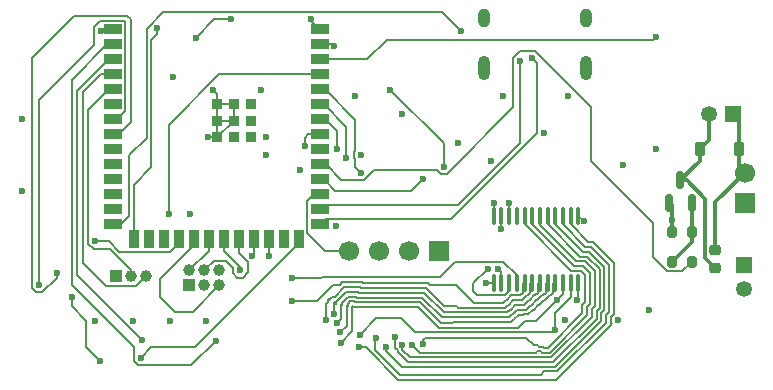
<source format=gbr>
%TF.GenerationSoftware,KiCad,Pcbnew,9.0.1*%
%TF.CreationDate,2025-11-02T14:12:38-06:00*%
%TF.ProjectId,OM-FlexGrid-Rigid-PCB,4f4d2d46-6c65-4784-9772-69642d526967,rev?*%
%TF.SameCoordinates,Original*%
%TF.FileFunction,Copper,L4,Bot*%
%TF.FilePolarity,Positive*%
%FSLAX46Y46*%
G04 Gerber Fmt 4.6, Leading zero omitted, Abs format (unit mm)*
G04 Created by KiCad (PCBNEW 9.0.1) date 2025-11-02 14:12:38*
%MOMM*%
%LPD*%
G01*
G04 APERTURE LIST*
G04 Aperture macros list*
%AMRoundRect*
0 Rectangle with rounded corners*
0 $1 Rounding radius*
0 $2 $3 $4 $5 $6 $7 $8 $9 X,Y pos of 4 corners*
0 Add a 4 corners polygon primitive as box body*
4,1,4,$2,$3,$4,$5,$6,$7,$8,$9,$2,$3,0*
0 Add four circle primitives for the rounded corners*
1,1,$1+$1,$2,$3*
1,1,$1+$1,$4,$5*
1,1,$1+$1,$6,$7*
1,1,$1+$1,$8,$9*
0 Add four rect primitives between the rounded corners*
20,1,$1+$1,$2,$3,$4,$5,0*
20,1,$1+$1,$4,$5,$6,$7,0*
20,1,$1+$1,$6,$7,$8,$9,0*
20,1,$1+$1,$8,$9,$2,$3,0*%
G04 Aperture macros list end*
%TA.AperFunction,ComponentPad*%
%ADD10R,1.000000X1.000000*%
%TD*%
%TA.AperFunction,ComponentPad*%
%ADD11C,1.000000*%
%TD*%
%TA.AperFunction,ComponentPad*%
%ADD12R,1.350000X1.350000*%
%TD*%
%TA.AperFunction,ComponentPad*%
%ADD13C,1.350000*%
%TD*%
%TA.AperFunction,ComponentPad*%
%ADD14R,1.700000X1.700000*%
%TD*%
%TA.AperFunction,ComponentPad*%
%ADD15C,1.700000*%
%TD*%
%TA.AperFunction,HeatsinkPad*%
%ADD16O,1.000000X2.100000*%
%TD*%
%TA.AperFunction,HeatsinkPad*%
%ADD17O,1.000000X1.600000*%
%TD*%
%TA.AperFunction,SMDPad,CuDef*%
%ADD18RoundRect,0.100000X0.100000X-0.637500X0.100000X0.637500X-0.100000X0.637500X-0.100000X-0.637500X0*%
%TD*%
%TA.AperFunction,SMDPad,CuDef*%
%ADD19RoundRect,0.150000X0.150000X-0.587500X0.150000X0.587500X-0.150000X0.587500X-0.150000X-0.587500X0*%
%TD*%
%TA.AperFunction,SMDPad,CuDef*%
%ADD20R,1.498600X0.812800*%
%TD*%
%TA.AperFunction,SMDPad,CuDef*%
%ADD21R,0.812800X1.498600*%
%TD*%
%TA.AperFunction,SMDPad,CuDef*%
%ADD22R,0.889000X0.889000*%
%TD*%
%TA.AperFunction,SMDPad,CuDef*%
%ADD23RoundRect,0.200000X-0.200000X-0.275000X0.200000X-0.275000X0.200000X0.275000X-0.200000X0.275000X0*%
%TD*%
%TA.AperFunction,SMDPad,CuDef*%
%ADD24RoundRect,0.225000X0.250000X-0.225000X0.250000X0.225000X-0.250000X0.225000X-0.250000X-0.225000X0*%
%TD*%
%TA.AperFunction,SMDPad,CuDef*%
%ADD25RoundRect,0.225000X0.225000X0.375000X-0.225000X0.375000X-0.225000X-0.375000X0.225000X-0.375000X0*%
%TD*%
%TA.AperFunction,ViaPad*%
%ADD26C,0.600000*%
%TD*%
%TA.AperFunction,Conductor*%
%ADD27C,0.200000*%
%TD*%
%TA.AperFunction,Conductor*%
%ADD28C,0.350000*%
%TD*%
G04 APERTURE END LIST*
D10*
%TO.P,J1,1,Pin_1*%
%TO.N,GP41*%
X168480000Y-122500000D03*
D11*
%TO.P,J1,2,Pin_2*%
%TO.N,SPI_MOSI*%
X168480000Y-121230000D03*
%TO.P,J1,3,Pin_3*%
%TO.N,SPI_SCK*%
X169750000Y-122500000D03*
%TO.P,J1,4,Pin_4*%
%TO.N,SPI_MISO*%
X169750000Y-121230000D03*
%TO.P,J1,5,Pin_5*%
%TO.N,CS*%
X171020000Y-122500000D03*
%TO.P,J1,6,Pin_6*%
%TO.N,GP40*%
X171020000Y-121230000D03*
%TD*%
D12*
%TO.P,J7,1,Pin_1*%
%TO.N,GND*%
X215450000Y-120800000D03*
D13*
%TO.P,J7,2,Pin_2*%
%TO.N,+3V3*%
X215450000Y-122800000D03*
%TD*%
D14*
%TO.P,J2,1,Pin_1*%
%TO.N,GND*%
X215500000Y-115500000D03*
D15*
%TO.P,J2,2,Pin_2*%
%TO.N,VBAT*%
X215500000Y-112960000D03*
%TD*%
D14*
%TO.P,SCRN1,1,Pin_1*%
%TO.N,GND*%
X189600000Y-119600000D03*
D15*
%TO.P,SCRN1,2,Pin_2*%
%TO.N,+3V3*%
X187060000Y-119600000D03*
%TO.P,SCRN1,3,Pin_3*%
%TO.N,SCL*%
X184520000Y-119600000D03*
%TO.P,SCRN1,4,Pin_4*%
%TO.N,SDA*%
X181980000Y-119600000D03*
%TD*%
D16*
%TO.P,J4,S1,SHIELD*%
%TO.N,GND*%
X202070000Y-104085000D03*
D17*
X202070000Y-99905000D03*
D16*
X193430000Y-104085000D03*
D17*
X193430000Y-99905000D03*
%TD*%
D10*
%TO.P,J6,1,Pin_1*%
%TO.N,GND*%
X162230000Y-121750000D03*
D11*
%TO.P,J6,2,Pin_2*%
%TO.N,RX*%
X163500000Y-121750000D03*
%TO.P,J6,3,Pin_3*%
%TO.N,TX*%
X164770000Y-121750000D03*
%TD*%
D18*
%TO.P,U1,1,COM*%
%TO.N,+3V3*%
X201400000Y-122325000D03*
%TO.P,U1,2,I7*%
%TO.N,COL_7*%
X200750000Y-122325000D03*
%TO.P,U1,3,I6*%
%TO.N,COL_6*%
X200100000Y-122325000D03*
%TO.P,U1,4,I5*%
%TO.N,COL_5*%
X199450000Y-122325000D03*
%TO.P,U1,5,I4*%
%TO.N,COL_4*%
X198800000Y-122325000D03*
%TO.P,U1,6,I3*%
%TO.N,COL_3*%
X198150000Y-122325000D03*
%TO.P,U1,7,I2*%
%TO.N,COL_2*%
X197500000Y-122325000D03*
%TO.P,U1,8,I1*%
%TO.N,COL_1*%
X196850000Y-122325000D03*
%TO.P,U1,9,I0*%
%TO.N,COL_0*%
X196200000Y-122325000D03*
%TO.P,U1,10,S0*%
%TO.N,S0*%
X195550000Y-122325000D03*
%TO.P,U1,11,S1*%
%TO.N,S1*%
X194900000Y-122325000D03*
%TO.P,U1,12,GND*%
%TO.N,GND*%
X194250000Y-122325000D03*
%TO.P,U1,13,S3*%
%TO.N,S3*%
X194250000Y-116600000D03*
%TO.P,U1,14,S2*%
%TO.N,S2*%
X194900000Y-116600000D03*
%TO.P,U1,15,~{E}*%
%TO.N,GP16_E*%
X195550000Y-116600000D03*
%TO.P,U1,16,I15*%
%TO.N,unconnected-(U1-I15-Pad16)*%
X196200000Y-116600000D03*
%TO.P,U1,17,I14*%
%TO.N,COL_14*%
X196850000Y-116600000D03*
%TO.P,U1,18,I13*%
%TO.N,COL_13*%
X197500000Y-116600000D03*
%TO.P,U1,19,I12*%
%TO.N,COL_12*%
X198150000Y-116600000D03*
%TO.P,U1,20,I11*%
%TO.N,COL_11*%
X198800000Y-116600000D03*
%TO.P,U1,21,I10*%
%TO.N,COL_10*%
X199450000Y-116600000D03*
%TO.P,U1,22,I9*%
%TO.N,COL_9*%
X200100000Y-116600000D03*
%TO.P,U1,23,I8*%
%TO.N,COL_8*%
X200750000Y-116600000D03*
%TO.P,U1,24,VCC*%
%TO.N,+3V3*%
X201400000Y-116600000D03*
%TD*%
D19*
%TO.P,Q1,1,G*%
%TO.N,Net-(Q1-G)*%
X211000000Y-115500000D03*
%TO.P,Q1,2,S*%
%TO.N,GND*%
X209100000Y-115500000D03*
%TO.P,Q1,3,D*%
%TO.N,MotorGND*%
X210050000Y-113625000D03*
%TD*%
D20*
%TO.P,U2,1,GND*%
%TO.N,GND*%
X179500000Y-100840000D03*
%TO.P,U2,2,3V3*%
%TO.N,+3V3*%
X179500000Y-102110000D03*
%TO.P,U2,3,EN*%
%TO.N,EN*%
X179500000Y-103380000D03*
%TO.P,U2,4,IO4*%
%TO.N,ROW_3*%
X179500000Y-104650000D03*
%TO.P,U2,5,IO5*%
%TO.N,S0*%
X179500000Y-105920000D03*
%TO.P,U2,6,IO6*%
%TO.N,S1*%
X179500000Y-107190000D03*
%TO.P,U2,7,IO7*%
%TO.N,S2*%
X179500000Y-108460000D03*
%TO.P,U2,8,IO15*%
%TO.N,S3*%
X179500000Y-109730000D03*
%TO.P,U2,9,IO16*%
%TO.N,GP16_E*%
X179500000Y-111000000D03*
%TO.P,U2,10,IO17*%
%TO.N,MOT_SIG*%
X179500000Y-112270000D03*
%TO.P,U2,11,IO18*%
%TO.N,ADC_BAT*%
X179500000Y-113540000D03*
%TO.P,U2,12,IO8*%
%TO.N,SDA*%
X179500000Y-114810000D03*
%TO.P,U2,13,IO19*%
%TO.N,D-*%
X179500000Y-116080000D03*
%TO.P,U2,14,IO20*%
%TO.N,D+*%
X179500000Y-117350000D03*
D21*
%TO.P,U2,15,IO3*%
%TO.N,ROW_2*%
X177735000Y-118600000D03*
%TO.P,U2,16,IO46*%
%TO.N,unconnected-(U2-IO46-Pad16)*%
X176465000Y-118600000D03*
%TO.P,U2,17,IO9*%
%TO.N,SCL*%
X175195000Y-118600000D03*
%TO.P,U2,18,IO10*%
%TO.N,SELECT*%
X173925000Y-118600000D03*
%TO.P,U2,19,IO11*%
%TO.N,SPI_MISO*%
X172655000Y-118600000D03*
%TO.P,U2,20,IO12*%
%TO.N,SPI_SCK*%
X171385000Y-118600000D03*
%TO.P,U2,21,IO13*%
%TO.N,SPI_MOSI*%
X170115000Y-118600000D03*
%TO.P,U2,22,IO14*%
%TO.N,CS*%
X168845000Y-118600000D03*
%TO.P,U2,23,IO21*%
%TO.N,MENU*%
X167575000Y-118600000D03*
%TO.P,U2,24,IO47*%
%TO.N,unconnected-(U2-IO47-Pad24)*%
X166305000Y-118600000D03*
%TO.P,U2,25,IO48*%
%TO.N,unconnected-(U2-IO48-Pad25)*%
X165035000Y-118600000D03*
%TO.P,U2,26,IO45*%
%TO.N,PWR_OFF*%
X163765000Y-118600000D03*
D20*
%TO.P,U2,27,IO0*%
%TO.N,100*%
X162000000Y-117350000D03*
%TO.P,U2,28,IO35*%
%TO.N,unconnected-(U2-IO35-Pad28)*%
X162000000Y-116080000D03*
%TO.P,U2,29,IO36*%
%TO.N,unconnected-(U2-IO36-Pad29)*%
X162000000Y-114810000D03*
%TO.P,U2,30,IO37*%
%TO.N,unconnected-(U2-IO37-Pad30)*%
X162000000Y-113540000D03*
%TO.P,U2,31,IO38*%
%TO.N,unconnected-(U2-IO38-Pad31)*%
X162000000Y-112270000D03*
%TO.P,U2,32,IO39*%
%TO.N,unconnected-(U2-IO39-Pad32)*%
X162000000Y-111000000D03*
%TO.P,U2,33,IO40*%
%TO.N,GP40*%
X162000000Y-109730000D03*
%TO.P,U2,34,IO41*%
%TO.N,GP41*%
X162000000Y-108460000D03*
%TO.P,U2,35,IO42*%
%TO.N,unconnected-(U2-IO42-Pad35)*%
X162000000Y-107190000D03*
%TO.P,U2,36,RXD0*%
%TO.N,RX*%
X162000000Y-105920000D03*
%TO.P,U2,37,TXD0*%
%TO.N,TX*%
X162000000Y-104650000D03*
%TO.P,U2,38,IO2*%
%TO.N,ROW_1*%
X162000000Y-103380000D03*
%TO.P,U2,39,IO1*%
%TO.N,ROW_0*%
X162000000Y-102110000D03*
%TO.P,U2,40,GND*%
%TO.N,GND*%
X162000000Y-100840000D03*
D22*
%TO.P,U2,41,GND*%
X172250000Y-108560000D03*
%TO.P,U2,42*%
%TO.N,N/C*%
X173650000Y-107160000D03*
%TO.P,U2,43*%
X173650000Y-108560000D03*
%TO.P,U2,44*%
X173650000Y-109960000D03*
%TO.P,U2,45*%
X172250000Y-109960000D03*
%TO.P,U2,46,GND*%
%TO.N,GND*%
X170850000Y-109960000D03*
%TO.P,U2,47,GND*%
X170850000Y-108560000D03*
%TO.P,U2,48,GND*%
X170850000Y-107160000D03*
%TO.P,U2,49,GND*%
X172250000Y-107160000D03*
%TD*%
D12*
%TO.P,J5,1,Pin_1*%
%TO.N,VBAT*%
X214500000Y-108000000D03*
D13*
%TO.P,J5,2,Pin_2*%
%TO.N,MotorGND*%
X212500000Y-108000000D03*
%TD*%
D23*
%TO.P,R10,1*%
%TO.N,Net-(Q1-G)*%
X209350000Y-120500000D03*
%TO.P,R10,2*%
%TO.N,MOT_SIG*%
X211000000Y-120500000D03*
%TD*%
D24*
%TO.P,C9,1*%
%TO.N,MotorGND*%
X213000000Y-121050000D03*
%TO.P,C9,2*%
%TO.N,VBAT*%
X213000000Y-119500000D03*
%TD*%
D23*
%TO.P,R11,1*%
%TO.N,GND*%
X209350000Y-118000000D03*
%TO.P,R11,2*%
%TO.N,Net-(Q1-G)*%
X211000000Y-118000000D03*
%TD*%
D25*
%TO.P,D4,1,K*%
%TO.N,VBAT*%
X215000000Y-111000000D03*
%TO.P,D4,2,A*%
%TO.N,MotorGND*%
X211700000Y-111000000D03*
%TD*%
D26*
%TO.N,GND*%
X198500000Y-109650000D03*
X209350000Y-117000000D03*
X161000000Y-101000000D03*
X183000000Y-111500000D03*
X154300000Y-114550000D03*
X169900000Y-125500000D03*
X207375000Y-124625000D03*
X204750000Y-125450000D03*
X174950000Y-109950000D03*
X154300000Y-108400000D03*
X182500000Y-106500000D03*
X180850000Y-117499000D03*
X170500000Y-106000000D03*
X193575000Y-122325000D03*
X163700000Y-125500000D03*
X166800000Y-125500000D03*
X200299435Y-125449435D03*
X170040000Y-109960000D03*
X194000000Y-112000000D03*
X167112500Y-104887500D03*
X178750000Y-100000000D03*
X160500000Y-125500000D03*
X177850000Y-112750000D03*
X208000000Y-111000000D03*
%TO.N,EN*%
X208000000Y-101500000D03*
%TO.N,+3V3*%
X205175000Y-112325000D03*
X201324464Y-123774464D03*
X180750000Y-102250000D03*
X201850000Y-117050000D03*
X174500000Y-106000000D03*
%TO.N,VBUS*%
X168500000Y-116500000D03*
X186500000Y-108000000D03*
X175000000Y-111500000D03*
X200500000Y-106500000D03*
X195000000Y-106500000D03*
%TO.N,Net-(D2-K)*%
X190000000Y-112500000D03*
X185500000Y-106000000D03*
%TO.N,GP40*%
X157250000Y-121500000D03*
%TO.N,SCL*%
X175250000Y-120000000D03*
%TO.N,GP41*%
X155750000Y-122500000D03*
%TO.N,ROW_3*%
X160875000Y-128875000D03*
X166750000Y-116500000D03*
X158500000Y-123500000D03*
%TO.N,COL_11*%
X185850000Y-126850000D03*
%TO.N,COL_9*%
X184250000Y-126950000D03*
%TO.N,COL_0*%
X177200000Y-121900000D03*
%TO.N,COL_2*%
X180080832Y-125456592D03*
%TO.N,COL_4*%
X181000000Y-125700000D03*
%TO.N,COL_1*%
X177200000Y-123850000D03*
%TO.N,COL_13*%
X187350000Y-127550000D03*
%TO.N,ROW_1*%
X164450057Y-127100000D03*
%TO.N,COL_6*%
X181275000Y-127375000D03*
X199610700Y-123750329D03*
%TO.N,COL_10*%
X185100000Y-127700000D03*
%TO.N,COL_5*%
X181250000Y-126500000D03*
%TO.N,COL_8*%
X182850000Y-127700000D03*
%TO.N,ROW_2*%
X164350000Y-128650000D03*
%TO.N,ROW_0*%
X170700000Y-127200000D03*
%TO.N,COL_12*%
X186500000Y-127539509D03*
%TO.N,COL_7*%
X182925000Y-126675000D03*
X199400000Y-126300000D03*
%TO.N,COL_3*%
X180700000Y-124950000D03*
%TO.N,COL_14*%
X188250000Y-127500000D03*
%TO.N,D-*%
X196500000Y-103500000D03*
%TO.N,D+*%
X197500000Y-103250000D03*
%TO.N,SPI_SCK*%
X172750000Y-121250000D03*
%TO.N,ADC_BAT*%
X188250000Y-113500000D03*
%TO.N,Net-(MAX1-In)*%
X172000000Y-100000000D03*
X169000000Y-101550000D03*
%TO.N,VBAT*%
X191250000Y-110500000D03*
%TO.N,PWR_OFF*%
X165750000Y-100750000D03*
%TO.N,S3*%
X194250000Y-115500000D03*
X178250000Y-110750000D03*
%TO.N,GP16_E*%
X179500000Y-111000000D03*
X195550000Y-115500000D03*
%TO.N,S0*%
X193750000Y-121100000D03*
X183000000Y-113000000D03*
%TO.N,S2*%
X181000000Y-111000000D03*
X194900000Y-117750000D03*
%TO.N,S1*%
X194625000Y-121125000D03*
X181750000Y-111750000D03*
%TO.N,MENU*%
X160500000Y-118750000D03*
%TO.N,100*%
X191500000Y-101000000D03*
%TO.N,SELECT*%
X173750000Y-120000000D03*
%TD*%
D27*
%TO.N,COL_10*%
X199450000Y-117337499D02*
X199450000Y-116600000D01*
X201795001Y-119682500D02*
X199450000Y-117337499D01*
X203605000Y-120954230D02*
X202333270Y-119682500D01*
X203605000Y-124610857D02*
X203605000Y-120954230D01*
X203347000Y-124868857D02*
X203605000Y-124610857D01*
X203347000Y-125366744D02*
X203347000Y-124868857D01*
X203346998Y-125366746D02*
X203347000Y-125366744D01*
X203346998Y-125518802D02*
X203346998Y-125366746D01*
X199460800Y-129405000D02*
X203346998Y-125518802D01*
X198669500Y-129405000D02*
X199460800Y-129405000D01*
X198666100Y-129401600D02*
X198669500Y-129405000D01*
X198333900Y-129401600D02*
X198666100Y-129401600D01*
X198285500Y-129450000D02*
X198333900Y-129401600D01*
X202333270Y-119682500D02*
X201795001Y-119682500D01*
X185100000Y-128050000D02*
X186500000Y-129450000D01*
X185100000Y-127700000D02*
X185100000Y-128050000D01*
X186500000Y-129450000D02*
X198285500Y-129450000D01*
%TO.N,COL_11*%
X185899000Y-126899000D02*
X185850000Y-126850000D01*
X185899000Y-127788452D02*
X185899000Y-126899000D01*
X186099000Y-127988452D02*
X185899000Y-127788452D01*
X186099000Y-128133143D02*
X186099000Y-127988452D01*
X186969857Y-129004000D02*
X186099000Y-128133143D01*
X198164400Y-129004000D02*
X186969857Y-129004000D01*
X198832200Y-129000600D02*
X198167800Y-129000600D01*
X198835600Y-129004000D02*
X198832200Y-129000600D01*
X199294700Y-129004000D02*
X198835600Y-129004000D01*
X198167800Y-129000600D02*
X198164400Y-129004000D01*
X202945998Y-125352702D02*
X199294700Y-129004000D01*
X202945998Y-125200646D02*
X202945998Y-125352702D01*
X202946000Y-125200644D02*
X202945998Y-125200646D01*
X203204000Y-124444757D02*
X202946000Y-124702757D01*
X202167170Y-120083500D02*
X203204000Y-121120330D01*
X202946000Y-124702757D02*
X202946000Y-125200644D01*
X201546001Y-120083500D02*
X202167170Y-120083500D01*
X198800000Y-117337499D02*
X201546001Y-120083500D01*
X203204000Y-121120330D02*
X203204000Y-124444757D01*
X198800000Y-116600000D02*
X198800000Y-117337499D01*
%TO.N,COL_12*%
X198150000Y-117400000D02*
X198150000Y-116600000D01*
X201234500Y-120484500D02*
X198150000Y-117400000D01*
X202001070Y-120484500D02*
X201234500Y-120484500D01*
X202803000Y-124278657D02*
X202803000Y-121286430D01*
X202545000Y-124536657D02*
X202803000Y-124278657D01*
X202545000Y-125034544D02*
X202545000Y-124536657D01*
X202544998Y-125186602D02*
X202544998Y-125034546D01*
X202803000Y-121286430D02*
X202001070Y-120484500D01*
X199128600Y-128603000D02*
X202544998Y-125186602D01*
X199001700Y-128603000D02*
X199128600Y-128603000D01*
X187135957Y-128603000D02*
X197998300Y-128603000D01*
X186500000Y-127967043D02*
X187135957Y-128603000D01*
X198001700Y-128599600D02*
X198998300Y-128599600D01*
X186500000Y-127539509D02*
X186500000Y-127967043D01*
X202544998Y-125034546D02*
X202545000Y-125034544D01*
X198998300Y-128599600D02*
X199001700Y-128603000D01*
X197998300Y-128603000D02*
X198001700Y-128599600D01*
%TO.N,COL_13*%
X187350000Y-127550000D02*
X188002000Y-128202000D01*
X188002000Y-128202000D02*
X197832200Y-128202000D01*
%TO.N,COL_14*%
X196850000Y-117350000D02*
X196850000Y-116600000D01*
X200786500Y-121286500D02*
X196850000Y-117350000D01*
X202001000Y-123946457D02*
X202001000Y-121618630D01*
X201743000Y-124702344D02*
X201743000Y-124204457D01*
X202001000Y-121618630D02*
X201668870Y-121286500D01*
X201742998Y-124702346D02*
X201743000Y-124702344D01*
X198799800Y-127797600D02*
X201742998Y-124854402D01*
X201743000Y-124204457D02*
X202001000Y-123946457D01*
X198432850Y-127698650D02*
X198531800Y-127797600D01*
X201668870Y-121286500D02*
X200786500Y-121286500D01*
X198115750Y-127698650D02*
X198432850Y-127698650D01*
X197666100Y-127599000D02*
X198016100Y-127599000D01*
X197017100Y-126950000D02*
X197666100Y-127599000D01*
X188452000Y-126950000D02*
X197017100Y-126950000D01*
X188250000Y-127152000D02*
X188452000Y-126950000D01*
X198531800Y-127797600D02*
X198799800Y-127797600D01*
X188250000Y-127500000D02*
X188250000Y-127152000D01*
X201742998Y-124854402D02*
X201742998Y-124702346D01*
X198016100Y-127599000D02*
X198115750Y-127698650D01*
%TO.N,COL_7*%
X186350000Y-125300000D02*
X187550000Y-126500000D01*
X184300000Y-125300000D02*
X186350000Y-125300000D01*
X182925000Y-126675000D02*
X184300000Y-125300000D01*
X187550000Y-126500000D02*
X199200000Y-126500000D01*
X199200000Y-126500000D02*
X199400000Y-126300000D01*
%TO.N,COL_1*%
X196701000Y-122349000D02*
X196725000Y-122325000D01*
X196701000Y-123131370D02*
X196701000Y-122349000D01*
X195931130Y-123363500D02*
X196468870Y-123363500D01*
X195875000Y-123307370D02*
X195931130Y-123363500D01*
X195818870Y-123363500D02*
X195875000Y-123307370D01*
X195735970Y-123363500D02*
X195818870Y-123363500D01*
X195334970Y-123764500D02*
X195735970Y-123363500D01*
X196725000Y-122325000D02*
X196850000Y-122325000D01*
X195285500Y-123764500D02*
X195334970Y-123764500D01*
X195050000Y-124000000D02*
X195285500Y-123764500D01*
X192550000Y-124000000D02*
X195050000Y-124000000D01*
X191050000Y-122500000D02*
X192550000Y-124000000D01*
X196468870Y-123363500D02*
X196701000Y-123131370D01*
X188829500Y-122500000D02*
X191050000Y-122500000D01*
X188674500Y-122345000D02*
X188829500Y-122500000D01*
X183180500Y-122345000D02*
X188674500Y-122345000D01*
X183099600Y-122264100D02*
X183180500Y-122345000D01*
X181438600Y-122264100D02*
X183099600Y-122264100D01*
X181202700Y-122500000D02*
X181438600Y-122264100D01*
X180600000Y-122500000D02*
X181202700Y-122500000D01*
X177200000Y-123850000D02*
X179250000Y-123850000D01*
X179250000Y-123850000D02*
X180600000Y-122500000D01*
%TO.N,COL_0*%
X196200000Y-121667630D02*
X196200000Y-122325000D01*
X195032370Y-120500000D02*
X196200000Y-121667630D01*
X191002000Y-120500000D02*
X195032370Y-120500000D01*
X189702000Y-121800000D02*
X191002000Y-120500000D01*
X177200000Y-121900000D02*
X179600000Y-121900000D01*
X179700000Y-121800000D02*
X189702000Y-121800000D01*
X179600000Y-121900000D02*
X179700000Y-121800000D01*
%TO.N,GND*%
X178750000Y-100000000D02*
X178750000Y-100090000D01*
X170850000Y-109960000D02*
X170850000Y-108560000D01*
D28*
X209350000Y-118000000D02*
X209350000Y-117000000D01*
D27*
X161160000Y-100840000D02*
X161000000Y-101000000D01*
D28*
X209350000Y-117000000D02*
X209350000Y-115750000D01*
D27*
X170850000Y-106350000D02*
X170500000Y-106000000D01*
X170850000Y-107160000D02*
X170850000Y-108560000D01*
X170850000Y-109960000D02*
X172250000Y-108560000D01*
X172250000Y-107160000D02*
X170850000Y-107160000D01*
X172250000Y-108560000D02*
X172250000Y-107160000D01*
X170850000Y-107160000D02*
X170850000Y-106350000D01*
X178750000Y-100090000D02*
X179500000Y-100840000D01*
X170850000Y-109960000D02*
X170040000Y-109960000D01*
X162000000Y-100840000D02*
X161160000Y-100840000D01*
X172250000Y-108560000D02*
X170850000Y-108560000D01*
X194250000Y-122325000D02*
X193575000Y-122325000D01*
D28*
X209350000Y-115750000D02*
X209100000Y-115500000D01*
D27*
%TO.N,EN*%
X179500000Y-103380000D02*
X183547785Y-103380000D01*
X183547785Y-103380000D02*
X185177785Y-101750000D01*
X185177785Y-101750000D02*
X196500000Y-101750000D01*
X207750000Y-101750000D02*
X208000000Y-101500000D01*
X196500000Y-101750000D02*
X207750000Y-101750000D01*
%TO.N,+3V3*%
X201324464Y-123774464D02*
X201400000Y-123698928D01*
X201400000Y-123698928D02*
X201400000Y-122325000D01*
X201850000Y-117050000D02*
X201900000Y-117050000D01*
X179500000Y-102110000D02*
X180610000Y-102110000D01*
X180610000Y-102110000D02*
X180750000Y-102250000D01*
X201400000Y-116600000D02*
X201850000Y-117050000D01*
D28*
%TO.N,MotorGND*%
X211700000Y-111975000D02*
X210050000Y-113625000D01*
X210610534Y-113625000D02*
X212149000Y-115163466D01*
X212500000Y-108000000D02*
X212500000Y-110200000D01*
X210050000Y-113625000D02*
X210610534Y-113625000D01*
X212149000Y-115163466D02*
X212149000Y-120199000D01*
X211700000Y-111000000D02*
X211700000Y-111975000D01*
X212149000Y-120199000D02*
X213000000Y-121050000D01*
X212500000Y-110200000D02*
X211700000Y-111000000D01*
D27*
%TO.N,Net-(D2-K)*%
X190000000Y-112500000D02*
X190000000Y-110500000D01*
X190000000Y-110500000D02*
X185500000Y-106000000D01*
%TO.N,GP40*%
X163500000Y-108717700D02*
X162487700Y-109730000D01*
X162487700Y-109730000D02*
X162000000Y-109730000D01*
X155149000Y-122748943D02*
X155149000Y-103298976D01*
X163231600Y-99731600D02*
X163500000Y-100000000D01*
X158716376Y-99731600D02*
X163231600Y-99731600D01*
X155501057Y-123101000D02*
X155149000Y-122748943D01*
X155149000Y-103298976D02*
X158716376Y-99731600D01*
X157250000Y-121500000D02*
X157250000Y-121849943D01*
X163500000Y-100000000D02*
X163500000Y-108717700D01*
X157250000Y-121849943D02*
X155998943Y-123101000D01*
X155998943Y-123101000D02*
X155501057Y-123101000D01*
%TO.N,SCL*%
X175195000Y-118600000D02*
X175195000Y-119945000D01*
X175195000Y-119945000D02*
X175250000Y-120000000D01*
%TO.N,GP41*%
X162342900Y-108460000D02*
X162000000Y-108460000D01*
X163050300Y-100132600D02*
X163050300Y-107752600D01*
X160867400Y-100132600D02*
X163050300Y-100132600D01*
X160399000Y-100601000D02*
X160867400Y-100132600D01*
X155750000Y-122500000D02*
X155750000Y-106802024D01*
X155750000Y-106802024D02*
X160399000Y-102153024D01*
X163050300Y-107752600D02*
X162342900Y-108460000D01*
X160399000Y-102153024D02*
X160399000Y-100601000D01*
%TO.N,SDA*%
X178449700Y-115372600D02*
X178449700Y-118057400D01*
X179500000Y-114810000D02*
X179012300Y-114810000D01*
X179012300Y-114810000D02*
X178449700Y-115372600D01*
X178449700Y-118057400D02*
X179992300Y-119600000D01*
X179992300Y-119600000D02*
X181980000Y-119600000D01*
%TO.N,ROW_3*%
X158500000Y-123500000D02*
X158500000Y-124250000D01*
X158500000Y-124250000D02*
X159750000Y-125500000D01*
X179500000Y-104650000D02*
X171000057Y-104650000D01*
X171000057Y-104650000D02*
X166750000Y-108900057D01*
X159750000Y-125500000D02*
X159750000Y-127750000D01*
X159750000Y-127750000D02*
X160875000Y-128875000D01*
X166750000Y-108900057D02*
X166750000Y-116500000D01*
%TO.N,COL_9*%
X202467870Y-119250000D02*
X204006000Y-120788130D01*
X186283957Y-130083900D02*
X198218700Y-130083900D01*
X203748000Y-125034957D02*
X203748000Y-125532844D01*
X204006000Y-124776957D02*
X203748000Y-125034957D01*
X202012501Y-119250000D02*
X202467870Y-119250000D01*
X199626900Y-129806000D02*
X198496600Y-129806000D01*
X203747999Y-125684901D02*
X199626900Y-129806000D01*
X184149000Y-127948943D02*
X186283957Y-130083900D01*
X204006000Y-120788130D02*
X204006000Y-124776957D01*
X200100000Y-117337499D02*
X202012501Y-119250000D01*
X184149000Y-127051000D02*
X184149000Y-127948943D01*
X198218700Y-130083900D02*
X198500000Y-129802600D01*
X203747998Y-125532846D02*
X203747999Y-125684901D01*
X203748000Y-125532844D02*
X203747998Y-125532846D01*
X200100000Y-116600000D02*
X200100000Y-117337499D01*
X184250000Y-126950000D02*
X184149000Y-127051000D01*
%TO.N,COL_2*%
X180299000Y-123733900D02*
X180299000Y-123751000D01*
X197500000Y-122325000D02*
X197351000Y-122325000D01*
X183014400Y-122746000D02*
X182933500Y-122665100D01*
X191150057Y-124300000D02*
X190062400Y-124300000D01*
X195501070Y-124165500D02*
X195451600Y-124165500D01*
X197351000Y-123131370D02*
X197118870Y-123363500D01*
X197118870Y-123363500D02*
X197035970Y-123363500D01*
X180770800Y-123499000D02*
X180533900Y-123499000D01*
X196634970Y-123764500D02*
X195902070Y-123764500D01*
X180250000Y-123702000D02*
X180250000Y-123900000D01*
X195216100Y-124401000D02*
X191251057Y-124401000D01*
X180299000Y-123751000D02*
X180250000Y-123702000D01*
X188508400Y-122746000D02*
X183014400Y-122746000D01*
X180250000Y-123900000D02*
X180080832Y-124069168D01*
X195902070Y-123764500D02*
X195501070Y-124165500D01*
X190062400Y-124300000D02*
X188508400Y-122746000D01*
X195451600Y-124165500D02*
X195216100Y-124401000D01*
X191251057Y-124401000D02*
X191150057Y-124300000D01*
X180080832Y-124069168D02*
X180080832Y-125456592D01*
X181604700Y-122665100D02*
X180770800Y-123499000D01*
X197351000Y-122325000D02*
X197351000Y-123131370D01*
X182933500Y-122665100D02*
X181604700Y-122665100D01*
X197035970Y-123363500D02*
X196634970Y-123764500D01*
X180533900Y-123499000D02*
X180299000Y-123733900D01*
%TO.N,COL_4*%
X197934970Y-123764500D02*
X197852070Y-123764500D01*
X198800000Y-122325000D02*
X198651000Y-122325000D01*
X195783800Y-124967500D02*
X195548300Y-125203000D01*
X195833270Y-124967500D02*
X195783800Y-124967500D01*
X195548300Y-125203000D02*
X189831200Y-125203000D01*
X198335970Y-123363500D02*
X197934970Y-123764500D01*
X197451070Y-124165500D02*
X197368170Y-124165500D01*
X182601300Y-123467100D02*
X181936900Y-123467100D01*
X182682200Y-123548000D02*
X182601300Y-123467100D01*
X196967170Y-124566500D02*
X196234270Y-124566500D01*
X181384550Y-124186550D02*
X181301000Y-124103000D01*
X181301000Y-124103000D02*
X181301000Y-125399000D01*
X189831200Y-125203000D02*
X188176200Y-123548000D01*
X181384550Y-124019450D02*
X181384550Y-124186550D01*
X197852070Y-123764500D02*
X197451070Y-124165500D01*
X198651000Y-122325000D02*
X198651000Y-123131370D01*
X181936900Y-123467100D02*
X181384550Y-124019450D01*
X198651000Y-123131370D02*
X198418870Y-123363500D01*
X197368170Y-124165500D02*
X196967170Y-124566500D01*
X198418870Y-123363500D02*
X198335970Y-123363500D01*
X188176200Y-123548000D02*
X182682200Y-123548000D01*
X196234270Y-124566500D02*
X195833270Y-124967500D01*
X181301000Y-125399000D02*
X181000000Y-125700000D01*
%TO.N,COL_13*%
X202402000Y-124112557D02*
X202144000Y-124370557D01*
X197500000Y-117337499D02*
X201048001Y-120885500D01*
X197500000Y-116600000D02*
X197500000Y-117337499D01*
X198965900Y-128198600D02*
X198365700Y-128198600D01*
X198266750Y-128099650D02*
X197934550Y-128099650D01*
X197832200Y-128202000D02*
X197942100Y-128092100D01*
X202143998Y-125020502D02*
X198965900Y-128198600D01*
X202144000Y-124370557D02*
X202144000Y-124868444D01*
X201048001Y-120885500D02*
X201834970Y-120885500D01*
X198365700Y-128198600D02*
X198266750Y-128099650D01*
X197934550Y-128099650D02*
X197832200Y-128202000D01*
X201834970Y-120885500D02*
X202402000Y-121452530D01*
X202143998Y-124868446D02*
X202143998Y-125020502D01*
X202144000Y-124868444D02*
X202143998Y-124868446D01*
X202402000Y-121452530D02*
X202402000Y-124112557D01*
%TO.N,ROW_1*%
X164450057Y-127100000D02*
X159000000Y-121649943D01*
X159000000Y-121649943D02*
X159000000Y-106037100D01*
X161657100Y-103380000D02*
X162000000Y-103380000D01*
X159000000Y-106037100D02*
X161657100Y-103380000D01*
%TO.N,COL_6*%
X197861029Y-125500000D02*
X199610700Y-123750329D01*
X181275000Y-127375000D02*
X182269100Y-126380900D01*
X182269100Y-126380900D02*
X182269100Y-124269100D01*
X200100000Y-123261029D02*
X200100000Y-122325000D01*
X189594000Y-126100000D02*
X196300000Y-126100000D01*
X182350000Y-124350000D02*
X187844000Y-124350000D01*
X199610700Y-123750329D02*
X200100000Y-123261029D01*
X196300000Y-126100000D02*
X196900000Y-125500000D01*
X187844000Y-124350000D02*
X189594000Y-126100000D01*
X196900000Y-125500000D02*
X197861029Y-125500000D01*
X182269100Y-124269100D02*
X182350000Y-124350000D01*
%TO.N,COL_5*%
X198101070Y-124165500D02*
X198502070Y-123764500D01*
X197133270Y-124967500D02*
X197534270Y-124566500D01*
X198018170Y-124165500D02*
X198101070Y-124165500D01*
X189760100Y-125699000D02*
X190733900Y-125699000D01*
X198985970Y-123363500D02*
X199068870Y-123363500D01*
X181250000Y-126500000D02*
X181785550Y-125964450D01*
X199068870Y-123363500D02*
X199301000Y-123131370D01*
X199375000Y-122325000D02*
X199450000Y-122325000D01*
X190733900Y-125699000D02*
X190782900Y-125650000D01*
X199301000Y-122399000D02*
X199375000Y-122325000D01*
X195949900Y-125368500D02*
X195999370Y-125368500D01*
X181785550Y-124185550D02*
X181868100Y-124268100D01*
X196367870Y-125000000D02*
X196700000Y-125000000D01*
X196700000Y-125000000D02*
X196732500Y-124967500D01*
X181868100Y-124103000D02*
X182103000Y-123868100D01*
X182435200Y-123868100D02*
X182516100Y-123949000D01*
X196732500Y-124967500D02*
X197133270Y-124967500D01*
X195714400Y-125604000D02*
X195949900Y-125368500D01*
X194996000Y-125604000D02*
X195714400Y-125604000D01*
X199301000Y-123131370D02*
X199301000Y-122399000D01*
X190782900Y-125650000D02*
X194950000Y-125650000D01*
X194950000Y-125650000D02*
X194996000Y-125604000D01*
X195999370Y-125368500D02*
X196367870Y-125000000D01*
X182103000Y-123868100D02*
X182435200Y-123868100D01*
X181868100Y-124268100D02*
X181868100Y-124103000D01*
X197534270Y-124566500D02*
X197617170Y-124566500D01*
X181785550Y-125964450D02*
X181785550Y-124185550D01*
X188010100Y-123949000D02*
X189760100Y-125699000D01*
X198584970Y-123764500D02*
X198985970Y-123363500D01*
X198502070Y-123764500D02*
X198584970Y-123764500D01*
X182516100Y-123949000D02*
X188010100Y-123949000D01*
X197617170Y-124566500D02*
X198018170Y-124165500D01*
%TO.N,COL_8*%
X199515100Y-130484900D02*
X204225029Y-125774971D01*
X202261501Y-118849000D02*
X200750000Y-117337499D01*
X204225029Y-125774971D02*
X204149000Y-125698943D01*
X183400000Y-127767043D02*
X186117857Y-130484900D01*
X204149000Y-125698943D02*
X204149000Y-125201057D01*
X182917043Y-127767043D02*
X183400000Y-127767043D01*
X204407000Y-120622030D02*
X202633970Y-118849000D01*
X186117857Y-130484900D02*
X199515100Y-130484900D01*
X200750000Y-117337499D02*
X200750000Y-116600000D01*
X202633970Y-118849000D02*
X202261501Y-118849000D01*
X182850000Y-127700000D02*
X182917043Y-127767043D01*
X204407000Y-124943057D02*
X204407000Y-120622030D01*
X204149000Y-125201057D02*
X204407000Y-124943057D01*
%TO.N,ROW_2*%
X177735000Y-118942900D02*
X168927900Y-127750000D01*
X168927900Y-127750000D02*
X165250000Y-127750000D01*
X165250000Y-127750000D02*
X164350000Y-128650000D01*
X177735000Y-118600000D02*
X177735000Y-118942900D01*
%TO.N,ROW_0*%
X170700000Y-127200000D02*
X168649000Y-129251000D01*
X163749000Y-127696943D02*
X158500000Y-122447943D01*
X162000000Y-102110000D02*
X161322900Y-102110000D01*
X163749000Y-128898943D02*
X163749000Y-127696943D01*
X158500000Y-105122300D02*
X161512300Y-102110000D01*
X158500000Y-122447943D02*
X158500000Y-105122300D01*
X168649000Y-129251000D02*
X164101057Y-129251000D01*
X161512300Y-102110000D02*
X162000000Y-102110000D01*
X164101057Y-129251000D02*
X163749000Y-128898943D01*
%TO.N,COL_7*%
X200750000Y-123460972D02*
X200750000Y-122325000D01*
X199400000Y-124810972D02*
X200750000Y-123460972D01*
X199400000Y-126300000D02*
X199400000Y-124810972D01*
X182925000Y-126675000D02*
X182900000Y-126700000D01*
%TO.N,COL_3*%
X198001000Y-123131370D02*
X198001000Y-122325000D01*
X197685970Y-123363500D02*
X197768870Y-123363500D01*
X197284970Y-123764500D02*
X197685970Y-123363500D01*
X195667170Y-124566500D02*
X196068170Y-124165500D01*
X198001000Y-122325000D02*
X198150000Y-122325000D01*
X182767400Y-123066100D02*
X182848300Y-123147000D01*
X197768870Y-123363500D02*
X198001000Y-123131370D01*
X180700000Y-124950000D02*
X180700000Y-123900000D01*
X196068170Y-124165500D02*
X196801070Y-124165500D01*
X195617700Y-124566500D02*
X195667170Y-124566500D01*
X180900000Y-124100000D02*
X180900000Y-123936900D01*
X188342300Y-123147000D02*
X189997300Y-124802000D01*
X180900000Y-123936900D02*
X181770800Y-123066100D01*
X189997300Y-124802000D02*
X195382200Y-124802000D01*
X197202070Y-123764500D02*
X197284970Y-123764500D01*
X181770800Y-123066100D02*
X182767400Y-123066100D01*
X182848300Y-123147000D02*
X188342300Y-123147000D01*
X196801070Y-124165500D02*
X197202070Y-123764500D01*
X180700000Y-123900000D02*
X180900000Y-124100000D01*
X195382200Y-124802000D02*
X195617700Y-124566500D01*
%TO.N,D-*%
X196500000Y-103500000D02*
X196500000Y-110500000D01*
X196500000Y-110500000D02*
X191250000Y-115750000D01*
X179830000Y-115750000D02*
X179500000Y-116080000D01*
X191250000Y-115750000D02*
X179830000Y-115750000D01*
%TO.N,D+*%
X197899000Y-109601000D02*
X197899000Y-103649000D01*
X196901000Y-110666100D02*
X196901000Y-110599000D01*
X191349000Y-116151000D02*
X191416100Y-116151000D01*
X179500000Y-117350000D02*
X179951000Y-116899000D01*
X196901000Y-110599000D02*
X197899000Y-109601000D01*
X191416100Y-116151000D02*
X196901000Y-110666100D01*
X179951000Y-116899000D02*
X190601000Y-116899000D01*
X190601000Y-116899000D02*
X191349000Y-116151000D01*
X197899000Y-103649000D02*
X197500000Y-103250000D01*
%TO.N,SPI_SCK*%
X171385000Y-119635000D02*
X171385000Y-118600000D01*
X172750000Y-121000000D02*
X171385000Y-119635000D01*
X172750000Y-121250000D02*
X172750000Y-121000000D01*
%TO.N,SPI_MOSI*%
X170115000Y-119595000D02*
X170115000Y-118600000D01*
X168480000Y-121230000D02*
X170115000Y-119595000D01*
%TO.N,CS*%
X167250000Y-124750000D02*
X166000000Y-123500000D01*
X166000000Y-123500000D02*
X166000000Y-121932700D01*
X168845000Y-119087700D02*
X168845000Y-118600000D01*
X166000000Y-121932700D02*
X168845000Y-119087700D01*
X171020000Y-122500000D02*
X168770000Y-124750000D01*
X168770000Y-124750000D02*
X167250000Y-124750000D01*
%TO.N,SPI_MISO*%
X173450028Y-121399915D02*
X173450028Y-120549971D01*
X172501057Y-121851000D02*
X172998943Y-121851000D01*
X172998943Y-121851000D02*
X173450028Y-121399915D01*
X173450028Y-120549971D02*
X172655000Y-119754943D01*
X172149000Y-121001057D02*
X172149000Y-121498943D01*
X170551000Y-120429000D02*
X171576943Y-120429000D01*
X171576943Y-120429000D02*
X172149000Y-121001057D01*
X172149000Y-121498943D02*
X172501057Y-121851000D01*
X172655000Y-119754943D02*
X172655000Y-118600000D01*
X169750000Y-121230000D02*
X170551000Y-120429000D01*
%TO.N,ADC_BAT*%
X180802900Y-114500000D02*
X179842900Y-113540000D01*
X187250000Y-114500000D02*
X180802900Y-114500000D01*
X179842900Y-113540000D02*
X179500000Y-113540000D01*
X188250000Y-113500000D02*
X187250000Y-114500000D01*
%TO.N,Net-(MAX1-In)*%
X170550000Y-100000000D02*
X172000000Y-100000000D01*
X169000000Y-101550000D02*
X170550000Y-100000000D01*
D28*
%TO.N,VBAT*%
X215000000Y-112460000D02*
X215500000Y-112960000D01*
X215000000Y-111000000D02*
X215000000Y-112460000D01*
X213000000Y-115460000D02*
X215500000Y-112960000D01*
X215000000Y-111000000D02*
X215000000Y-108500000D01*
X215000000Y-108500000D02*
X214500000Y-108000000D01*
X213000000Y-119500000D02*
X213000000Y-115460000D01*
%TO.N,Net-(Q1-G)*%
X211000000Y-118850000D02*
X209350000Y-120500000D01*
X211000000Y-118000000D02*
X211000000Y-118850000D01*
X211000000Y-115500000D02*
X211000000Y-118000000D01*
D27*
%TO.N,PWR_OFF*%
X163765000Y-113985000D02*
X163765000Y-118600000D01*
X165250000Y-101750000D02*
X165250000Y-112500000D01*
X165250000Y-112500000D02*
X163765000Y-113985000D01*
X165750000Y-101250000D02*
X165250000Y-101750000D01*
X165750000Y-100750000D02*
X165750000Y-101250000D01*
%TO.N,MOT_SIG*%
X189751057Y-113101000D02*
X190248943Y-113101000D01*
X189399000Y-112748943D02*
X189751057Y-113101000D01*
X181351000Y-113601000D02*
X183248943Y-113601000D01*
X184101000Y-112748943D02*
X189399000Y-112748943D01*
X197748943Y-102649000D02*
X202500000Y-107400057D01*
X195899000Y-103251057D02*
X196501057Y-102649000D01*
X210224000Y-121276000D02*
X211000000Y-120500000D01*
X202500000Y-112000000D02*
X207750000Y-117250000D01*
X179500000Y-112270000D02*
X180020000Y-112270000D01*
X207750000Y-117250000D02*
X207750000Y-120089064D01*
X190248943Y-113101000D02*
X195899000Y-107450943D01*
X195899000Y-107450943D02*
X195899000Y-103251057D01*
X207750000Y-120089064D02*
X208936936Y-121276000D01*
X196501057Y-102649000D02*
X197748943Y-102649000D01*
X202500000Y-107400057D02*
X202500000Y-112000000D01*
X208936936Y-121276000D02*
X210224000Y-121276000D01*
X180020000Y-112270000D02*
X181351000Y-113601000D01*
X183248943Y-113601000D02*
X184101000Y-112748943D01*
%TO.N,S3*%
X178250000Y-110750000D02*
X178250000Y-110030700D01*
X178550700Y-109730000D02*
X179500000Y-109730000D01*
X194250000Y-116600000D02*
X194250000Y-115500000D01*
X178250000Y-110030700D02*
X178550700Y-109730000D01*
%TO.N,GP16_E*%
X195550000Y-115500000D02*
X195550000Y-115300000D01*
X195550000Y-116600000D02*
X195550000Y-115500000D01*
%TO.N,S0*%
X182500000Y-108500000D02*
X182500000Y-111150057D01*
X193750000Y-121100000D02*
X192500000Y-122350000D01*
X182399000Y-111748943D02*
X182500000Y-111849943D01*
X195168870Y-123363500D02*
X195550000Y-122982370D01*
X192500000Y-122350000D02*
X192500000Y-123000000D01*
X182399000Y-111251057D02*
X182399000Y-111748943D01*
X182500000Y-111849943D02*
X182500000Y-112500000D01*
X179920000Y-105920000D02*
X182500000Y-108500000D01*
X192500000Y-123000000D02*
X192863500Y-123363500D01*
X195550000Y-122982370D02*
X195550000Y-122325000D01*
X182500000Y-111150057D02*
X182399000Y-111251057D01*
X192863500Y-123363500D02*
X195168870Y-123363500D01*
X179500000Y-105920000D02*
X179920000Y-105920000D01*
X182500000Y-112500000D02*
X183000000Y-113000000D01*
%TO.N,S2*%
X179500000Y-108460000D02*
X179987700Y-108460000D01*
X181000000Y-109472300D02*
X181000000Y-111000000D01*
X179987700Y-108460000D02*
X181000000Y-109472300D01*
X194900000Y-116600000D02*
X194900000Y-117750000D01*
%TO.N,S1*%
X194900000Y-121400000D02*
X194625000Y-121125000D01*
X194900000Y-122325000D02*
X194900000Y-121400000D01*
X179500000Y-107190000D02*
X179842900Y-107190000D01*
X179842900Y-107190000D02*
X181750000Y-109097100D01*
X194625000Y-121125000D02*
X194500000Y-121000000D01*
X181750000Y-109097100D02*
X181750000Y-111750000D01*
%TO.N,MENU*%
X160500000Y-118750000D02*
X161642300Y-118750000D01*
X161642300Y-118750000D02*
X162542600Y-119650300D01*
X167575000Y-118942900D02*
X167575000Y-118600000D01*
X162542600Y-119650300D02*
X166867600Y-119650300D01*
X166867600Y-119650300D02*
X167575000Y-118942900D01*
%TO.N,100*%
X163364000Y-111485000D02*
X164849000Y-110000000D01*
X162000000Y-117350000D02*
X162650000Y-117350000D01*
X189899000Y-99399000D02*
X191500000Y-101000000D01*
X164849000Y-110000000D02*
X164849000Y-100801057D01*
X162650000Y-117350000D02*
X163364000Y-116636000D01*
X164849000Y-100801057D02*
X166251057Y-99399000D01*
X166251057Y-99399000D02*
X189899000Y-99399000D01*
X163364000Y-116636000D02*
X163364000Y-111485000D01*
X162000000Y-117350000D02*
X161512300Y-117350000D01*
%TO.N,SELECT*%
X173925000Y-119825000D02*
X173750000Y-120000000D01*
X173925000Y-118600000D02*
X173925000Y-119825000D01*
%TO.N,RX*%
X163500000Y-121750000D02*
X163500000Y-121174800D01*
X161787600Y-119462400D02*
X160362457Y-119462400D01*
X163500000Y-121174800D02*
X161787600Y-119462400D01*
X161657100Y-105920000D02*
X162000000Y-105920000D01*
X160362457Y-119462400D02*
X159899000Y-118998943D01*
X159899000Y-118998943D02*
X159899000Y-107678100D01*
X159899000Y-107678100D02*
X161657100Y-105920000D01*
%TO.N,TX*%
X163969000Y-122551000D02*
X161429000Y-122551000D01*
X164770000Y-121750000D02*
X163969000Y-122551000D01*
X161429000Y-122551000D02*
X159498000Y-120620000D01*
X160954200Y-104650000D02*
X162000000Y-104650000D01*
X159498000Y-120620000D02*
X159498000Y-106106200D01*
X159498000Y-106106200D02*
X160954200Y-104650000D01*
%TD*%
M02*

</source>
